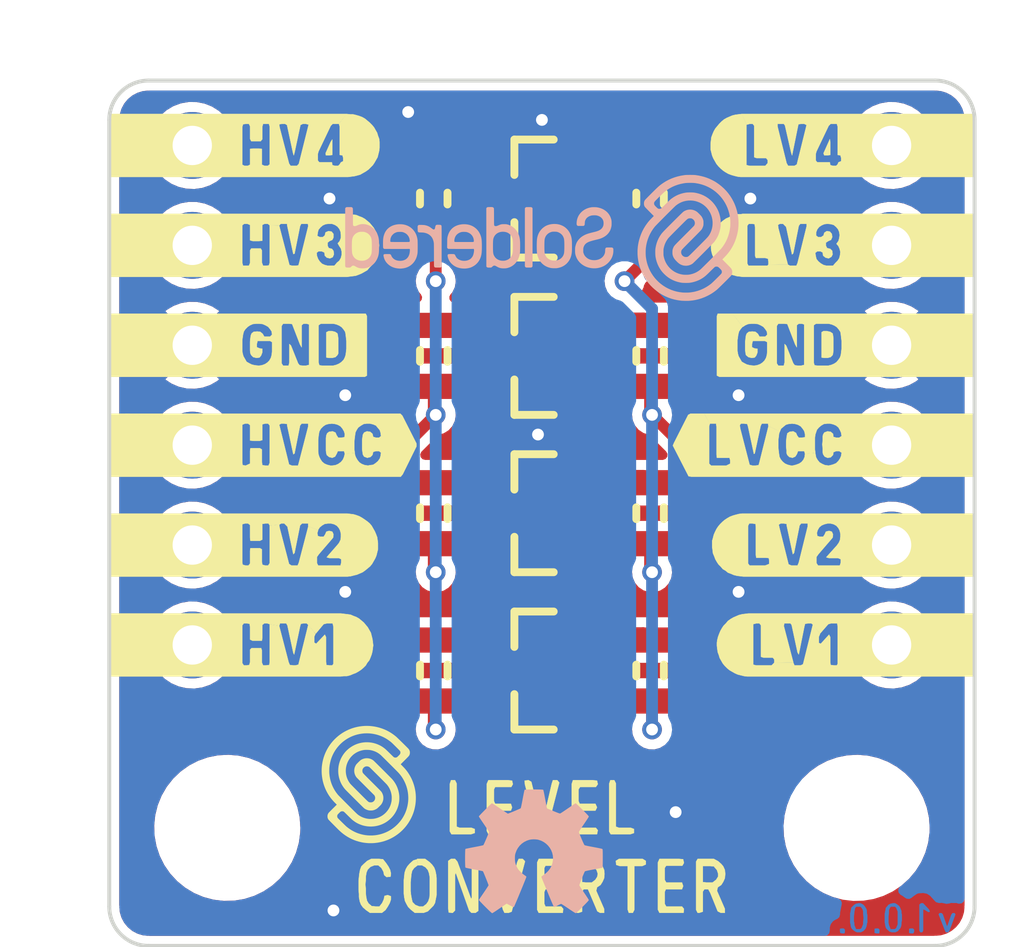
<source format=kicad_pcb>
(kicad_pcb (version 20210623) (generator pcbnew)
  (title_block (title "Logic level converter") (date "2021-07-14") (rev "V1.0.0.") (company "SOLDERED") (comment 1 "333029"))
  (layers (0 "F.Cu" signal) (31 "B.Cu" signal) (34 "B.Paste" user) (35 "F.Paste" user) (36 "B.SilkS" user "B.Silkscreen") (37 "F.SilkS" user "F.Silkscreen") (38 "B.Mask" user) (39 "F.Mask" user) (44 "Edge.Cuts" user))
  (net 0 "")
  (net 1 "HV4")
  (net 2 "HV3")
  (net 3 "GND")
  (net 4 "HV")
  (net 5 "HV2")
  (net 6 "HV1")
  (net 7 "LV4")
  (net 8 "LV3")
  (net 9 "LV")
  (net 10 "LV2")
  (net 11 "LV1")
  (footprint "e-radionica.com footprinti:SOT-23-3" (layer "F.Cu") (at 111 114 180)
    (fp_text reference "Q2")
    (fp_text value "NMOS-SOT-23-3")
    (pad "1" smd rect locked (at -1.2 -0.95 270) (size 0.6 1) (layers "F.Cu" "F.Paste" "F.Mask") (net 9 "LV"))
    (pad "2" smd rect locked (at -1.2 0.95 270) (size 0.6 1) (layers "F.Cu" "F.Paste" "F.Mask") (net 10 "LV2"))
    (pad "3" smd rect locked (at 1.2 0 270) (size 0.6 1) (layers "F.Cu" "F.Paste" "F.Mask") (net 5 "HV2"))
  )
  (footprint "e-radionica.com footprinti:0603R" (layer "F.Cu") (at 108.25 106 -90)
    (fp_text reference "R8")
    (fp_text value "10k")
    (pad "1" smd rect locked (at -0.775 0) (size 1 0.64) (layers "F.Cu" "F.Paste" "F.Mask") (net 1 "HV4"))
    (pad "2" smd rect locked (at 0.775 0) (size 1 0.64) (layers "F.Cu" "F.Paste" "F.Mask") (net 4 "HV"))
  )
  (footprint "buzzardLabel" (layer "F.Cu") (at 99.6 104.65)
    (fp_text reference "" (at 0 0) (layer "F.SilkS") (effects (font (size 1.27 1.27))))
    (fp_text value "" (at 0 0) (layer "F.SilkS") (effects (font (size 1.27 1.27))))
  )
  (footprint "e-radionica.com footprinti:0603R" (layer "F.Cu") (at 113.75 114 -90)
    (fp_text reference "R2")
    (fp_text value "10k")
    (pad "1" smd rect locked (at -0.775 0) (size 1 0.64) (layers "F.Cu" "F.Paste" "F.Mask") (net 10 "LV2"))
    (pad "2" smd rect locked (at 0.775 0) (size 1 0.64) (layers "F.Cu" "F.Paste" "F.Mask") (net 9 "LV"))
  )
  (footprint "buzzardLabel" (layer "F.Cu") (at 99.6 117.35)
    (fp_text reference "" (at 0 0) (layer "F.SilkS") (effects (font (size 1.27 1.27))))
    (fp_text value "" (at 0 0) (layer "F.SilkS") (effects (font (size 1.27 1.27))))
  )
  (footprint "buzzardLabel" (layer "F.Cu") (at 111 123.5)
    (fp_text reference "" (at 0 0) (layer "F.SilkS") (effects (font (size 1.27 1.27))))
    (fp_text value "" (at 0 0) (layer "F.SilkS") (effects (font (size 1.27 1.27))))
  )
  (footprint "e-radionica.com footprinti:0603R" (layer "F.Cu") (at 113.75 110 -90)
    (fp_text reference "R5")
    (fp_text value "10k")
    (pad "1" smd rect locked (at -0.775 0) (size 1 0.64) (layers "F.Cu" "F.Paste" "F.Mask") (net 8 "LV3"))
    (pad "2" smd rect locked (at 0.775 0) (size 1 0.64) (layers "F.Cu" "F.Paste" "F.Mask") (net 9 "LV"))
  )
  (footprint "buzzardLabel" (layer "F.Cu") (at 122.4 107.19)
    (fp_text reference "" (at 0 0) (layer "F.SilkS") (effects (font (size 1.27 1.27))))
    (fp_text value "" (at 0 0) (layer "F.SilkS") (effects (font (size 1.27 1.27))))
  )
  (footprint "buzzardLabel" (layer "F.Cu") (at 99.6 114.81)
    (fp_text reference "" (at 0 0) (layer "F.SilkS") (effects (font (size 1.27 1.27))))
    (fp_text value "" (at 0 0) (layer "F.SilkS") (effects (font (size 1.27 1.27))))
  )
  (footprint "Soldered Graphics:Logo-Back-SolderedFULL-10mm" (layer "F.Cu") (at 111 107)
    (fp_text reference "G***" hide)
    (fp_text value "LOGO" hide)
  )
  (footprint "e-radionica.com footprinti:HOLE_3.2mm" (layer "F.Cu") (at 119 122)
    (fp_text reference "H2" hide)
    (fp_text value "HOLE_3.2mm" hide)
    (pad "" np_thru_hole circle locked (at 0 0) (size 3.2 3.2) (drill 3.2) (layers F&B.Cu *.Mask))
  )
  (footprint "buzzardLabel" (layer "F.Cu") (at 99.6 107.19)
    (fp_text reference "" (at 0 0) (layer "F.SilkS") (effects (font (size 1.27 1.27))))
    (fp_text value "" (at 0 0) (layer "F.SilkS") (effects (font (size 1.27 1.27))))
  )
  (footprint "e-radionica.com footprinti:0603R" (layer "F.Cu") (at 113.75 106 -90)
    (fp_text reference "R6")
    (fp_text value "10k")
    (pad "1" smd rect locked (at -0.775 0) (size 1 0.64) (layers "F.Cu" "F.Paste" "F.Mask") (net 7 "LV4"))
    (pad "2" smd rect locked (at 0.775 0) (size 1 0.64) (layers "F.Cu" "F.Paste" "F.Mask") (net 9 "LV"))
  )
  (footprint "e-radionica.com footprinti:SOT-23-3" (layer "F.Cu") (at 111 106 180)
    (fp_text reference "Q4")
    (fp_text value "NMOS-SOT-23-3")
    (pad "1" smd rect locked (at -1.2 -0.95 270) (size 0.6 1) (layers "F.Cu" "F.Paste" "F.Mask") (net 9 "LV"))
    (pad "2" smd rect locked (at -1.2 0.95 270) (size 0.6 1) (layers "F.Cu" "F.Paste" "F.Mask") (net 7 "LV4"))
    (pad "3" smd rect locked (at 1.2 0 270) (size 0.6 1) (layers "F.Cu" "F.Paste" "F.Mask") (net 1 "HV4"))
  )
  (footprint "buzzardLabel" (layer "F.Cu") (at 122.4 104.65)
    (fp_text reference "" (at 0 0) (layer "F.SilkS") (effects (font (size 1.27 1.27))))
    (fp_text value "" (at 0 0) (layer "F.SilkS") (effects (font (size 1.27 1.27))))
  )
  (footprint "buzzardLabel" (layer "F.Cu") (at 99.6 112.27)
    (fp_text reference "" (at 0 0) (layer "F.SilkS") (effects (font (size 1.27 1.27))))
    (fp_text value "" (at 0 0) (layer "F.SilkS") (effects (font (size 1.27 1.27))))
  )
  (footprint "e-radionica.com footprinti:SOT-23-3" (layer "F.Cu") (at 111 110 180)
    (fp_text reference "Q3")
    (fp_text value "NMOS-SOT-23-3")
    (pad "1" smd rect locked (at -1.2 -0.95 270) (size 0.6 1) (layers "F.Cu" "F.Paste" "F.Mask") (net 9 "LV"))
    (pad "2" smd rect locked (at -1.2 0.95 270) (size 0.6 1) (layers "F.Cu" "F.Paste" "F.Mask") (net 8 "LV3"))
    (pad "3" smd rect locked (at 1.2 0 270) (size 0.6 1) (layers "F.Cu" "F.Paste" "F.Mask") (net 2 "HV3"))
  )
  (footprint "e-radionica.com footprinti:0603R" (layer "F.Cu") (at 113.75 118 -90)
    (fp_text reference "R1")
    (fp_text value "10k")
    (pad "1" smd rect locked (at -0.775 0) (size 1 0.64) (layers "F.Cu" "F.Paste" "F.Mask") (net 11 "LV1"))
    (pad "2" smd rect locked (at 0.775 0) (size 1 0.64) (layers "F.Cu" "F.Paste" "F.Mask") (net 9 "LV"))
  )
  (footprint "e-radionica.com footprinti:SOT-23-3" (layer "F.Cu") (at 111 118 180)
    (fp_text reference "Q1")
    (fp_text value "NMOS-SOT-23-3")
    (pad "1" smd rect locked (at -1.2 -0.95 270) (size 0.6 1) (layers "F.Cu" "F.Paste" "F.Mask") (net 9 "LV"))
    (pad "2" smd rect locked (at -1.2 0.95 270) (size 0.6 1) (layers "F.Cu" "F.Paste" "F.Mask") (net 11 "LV1"))
    (pad "3" smd rect locked (at 1.2 0 270) (size 0.6 1) (layers "F.Cu" "F.Paste" "F.Mask") (net 6 "HV1"))
  )
  (footprint "buzzardLabel" (layer "F.Cu") (at 122.4 112.27)
    (fp_text reference "" (at 0 0) (layer "F.SilkS") (effects (font (size 1.27 1.27))))
    (fp_text value "" (at 0 0) (layer "F.SilkS") (effects (font (size 1.27 1.27))))
  )
  (footprint "buzzardLabel" (layer "F.Cu") (at 122.4 117.35)
    (fp_text reference "" (at 0 0) (layer "F.SilkS") (effects (font (size 1.27 1.27))))
    (fp_text value "" (at 0 0) (layer "F.SilkS") (effects (font (size 1.27 1.27))))
  )
  (footprint "e-radionica.com footprinti:0603R" (layer "F.Cu") (at 108.25 118 -90)
    (fp_text reference "R3")
    (fp_text value "10k")
    (pad "1" smd rect locked (at -0.775 0) (size 1 0.64) (layers "F.Cu" "F.Paste" "F.Mask") (net 6 "HV1"))
    (pad "2" smd rect locked (at 0.775 0) (size 1 0.64) (layers "F.Cu" "F.Paste" "F.Mask") (net 4 "HV"))
  )
  (footprint "buzzardLabel" (layer "F.Cu") (at 99.6 109.73)
    (fp_text reference "" (at 0 0) (layer "F.SilkS") (effects (font (size 1.27 1.27))))
    (fp_text value "" (at 0 0) (layer "F.SilkS") (effects (font (size 1.27 1.27))))
  )
  (footprint "Soldered Graphics:Logo-Front-Soldered-3mm" (layer "F.Cu") (at 106.6 120.9)
    (fp_text reference "G***" hide)
    (fp_text value "LOGO" hide)
  )
  (footprint "buzzardLabel" (layer "F.Cu") (at 122.4 114.81)
    (fp_text reference "" (at 0 0) (layer "F.SilkS") (effects (font (size 1.27 1.27))))
    (fp_text value "" (at 0 0) (layer "F.SilkS") (effects (font (size 1.27 1.27))))
  )
  (footprint "buzzardLabel" (layer "F.Cu") (at 122.4 109.73)
    (fp_text reference "" (at 0 0) (layer "F.SilkS") (effects (font (size 1.27 1.27))))
    (fp_text value "" (at 0 0) (layer "F.SilkS") (effects (font (size 1.27 1.27))))
  )
  (footprint "e-radionica.com footprinti:HOLE_3.2mm" (layer "F.Cu") (at 103 122)
    (fp_text reference "H1" hide)
    (fp_text value "HOLE_3.2mm" hide)
    (pad "" np_thru_hole circle locked (at 0 0) (size 3.2 3.2) (drill 3.2) (layers F&B.Cu *.Mask))
  )
  (footprint "e-radionica.com footprinti:0603R" (layer "F.Cu") (at 108.25 114 -90)
    (fp_text reference "R4")
    (fp_text value "10k")
    (pad "1" smd rect locked (at -0.775 0) (size 1 0.64) (layers "F.Cu" "F.Paste" "F.Mask") (net 5 "HV2"))
    (pad "2" smd rect locked (at 0.775 0) (size 1 0.64) (layers "F.Cu" "F.Paste" "F.Mask") (net 4 "HV"))
  )
  (footprint "e-radionica.com footprinti:0603R" (layer "F.Cu") (at 108.25 110 -90)
    (fp_text reference "R7")
    (fp_text value "10k")
    (pad "1" smd rect locked (at -0.775 0) (size 1 0.64) (layers "F.Cu" "F.Paste" "F.Mask") (net 2 "HV3"))
    (pad "2" smd rect locked (at 0.775 0) (size 1 0.64) (layers "F.Cu" "F.Paste" "F.Mask") (net 4 "HV"))
  )
  (footprint "e-radionica.com footprinti:FIDUCIAL_23" (layer "F.Cu") (at 115.9 120.1)
    (fp_text reference "FD1")
    (fp_text value "FIDUCIAL")
    (fp_circle (center 0 0) (end 1 0) (layer "F.Cu") (width 0.2) (fill none))
    (pad "1" smd circle (at 0 0) (size 1 1) (layers "F.Cu" "F.Paste" "F.Mask") (clearance 1.1))
  )
  (footprint "Soldered Graphics:Logo-Back-OSH-3.5mm" (layer "F.Cu") (at 110.8 122.6)
    (fp_text reference "G***" hide)
    (fp_text value "LOGO" hide)
  )
  (footprint "buzzardLabel" (layer "F.Cu") (at 111 121.5)
    (fp_text reference "" (at 0 0) (layer "F.SilkS") (effects (font (size 1.27 1.27))))
    (fp_text value "" (at 0 0) (layer "F.SilkS") (effects (font (size 1.27 1.27))))
  )
  (footprint "Soldered Graphics:Version1.0.0." (layer "B.Cu") (at 120 124.3 180)
    (fp_text reference "" (at 0 0) (layer "B.SilkS") (effects (font (size 1.27 1.27)) (justify mirror)))
    (fp_text value "" (at 0 0) (layer "B.SilkS") (effects (font (size 1.27 1.27)) (justify mirror)))
    (fp_poly (pts (xy 1.31 -0.38) (xy 1.36 -0.38) (xy 1.41 -0.37) (xy 1.42 -0.33) (xy 1.42 -0.27) (xy 1.38 -0.26) (xy 1.33 -0.26) (xy 1.3 -0.29) (xy 1.3 -0.34) (xy 1.31 -0.38)) (layer "B.Cu") (width 0.01) (fill solid))
    (fp_poly (pts (xy -0.67 -0.35) (xy -0.62 -0.35) (xy -0.6 -0.31) (xy -0.6 0.35) (xy -0.64 0.38) (xy -0.69 0.38) (xy -0.73 0.34) (xy -0.84 0.22) (xy -0.86 0.17) (xy -0.83 0.16) (xy -0.73 0.22) (xy -0.69 0.23) (xy -0.69 -0.31) (xy -0.67 -0.35)) (layer "B.Cu") (width 0.01) (fill solid))
    (fp_poly (pts (xy -0.44 -0.38) (xy -0.39 -0.38) (xy -0.34 -0.37) (xy -0.34 -0.33) (xy -0.34 -0.27) (xy -0.38 -0.26) (xy -0.43 -0.26) (xy -0.46 -0.29) (xy -0.46 -0.34) (xy -0.44 -0.38)) (layer "B.Cu") (width 0.01) (fill solid))
    (fp_poly (pts (xy 0.43 -0.38) (xy 0.48 -0.38) (xy 0.54 -0.37) (xy 0.54 -0.33) (xy 0.54 -0.27) (xy 0.5 -0.26) (xy 0.45 -0.26) (xy 0.42 -0.29) (xy 0.42 -0.34) (xy 0.43 -0.38)) (layer "B.Cu") (width 0.01) (fill solid))
    (fp_poly (pts (xy 0.93 -0.35) (xy 0.99 -0.35) (xy 1.04 -0.33) (xy 1.01 -0.28) (xy 0.91 -0.28) (xy 0.87 -0.25) (xy 0.85 -0.2) (xy 0.83 -0.15) (xy 0.83 -0.11) (xy 0.82 0.01) (xy 0.83 0.13) (xy 0.83 0.17) (xy 0.84 0.22) (xy 0.87 0.27) (xy 0.9 0.3) (xy 1.01 0.3) (xy 1.04 0.26) (xy 1.05 0.21) (xy 1.06 0.15) (xy 1.07 0.05) (xy 1.07 -0.08) (xy 1.06 -0.12) (xy 1.06 -0.17) (xy 1.04 -0.22) (xy 1.02 -0.27) (xy 1.01 -0.28) (xy 1.05 -0.32) (xy 1.09 -0.29) (xy 1.12 -0.26) (xy 1.14 -0.22) (xy 1.15 -0.16) (xy 1.16 -0.11) (xy 1.16 -0.06) (xy 1.16 0.06) (xy 1.16 0.12) (xy 1.15 0.17) (xy 1.14 0.22) (xy 1.13 0.27) (xy 1.1 0.3) (xy 1.06 0.34) (xy 1.01 0.37) (xy 0.95 0.38) (xy 0.9 0.38) (xy 0.84 0.35) (xy 0.8 0.31) (xy 0.78 0.28) (xy 0.75 0.23) (xy 0.74 0.18) (xy 0.74 0.13) (xy 0.73 0.08) (xy 0.73 -0.04) (xy 0.73 -0.1) (xy 0.74 -0.14) (xy 0.75 -0.2) (xy 0.77 -0.25) (xy 0.79 -0.28) (xy 0.83 -0.32) (xy 0.89 -0.35) (xy 0.93 -0.35)) (layer "B.Cu") (width 0.01) (fill solid))
    (fp_poly (pts (xy -1.33 -0.35) (xy -1.27 -0.35) (xy -1.25 -0.31) (xy -1.09 0.1) (xy -1.11 0.13) (xy -1.16 0.13) (xy -1.19 0.1) (xy -1.28 -0.16) (xy -1.3 -0.21) (xy -1.32 -0.17) (xy -1.41 0.09) (xy -1.44 0.13) (xy -1.49 0.13) (xy -1.51 0.1) (xy -1.36 -0.31) (xy -1.33 -0.35)) (layer "B.Cu") (width 0.01) (fill solid))
    (fp_poly (pts (xy 0.06 -0.35) (xy 0.11 -0.35) (xy 0.17 -0.33) (xy 0.13 -0.28) (xy 0.03 -0.28) (xy -0.01 -0.25) (xy -0.03 -0.2) (xy -0.05 -0.15) (xy -0.05 -0.11) (xy -0.05 0.01) (xy -0.05 0.13) (xy -0.05 0.17) (xy -0.03 0.22) (xy -0.01 0.27) (xy 0.02 0.3) (xy 0.13 0.3) (xy 0.16 0.26) (xy 0.18 0.21) (xy 0.18 0.15) (xy 0.19 0.05) (xy 0.19 -0.08) (xy 0.19 -0.12) (xy 0.18 -0.17) (xy 0.16 -0.22) (xy 0.14 -0.27) (xy 0.14 -0.28) (xy 0.17 -0.32) (xy 0.21 -0.29) (xy 0.24 -0.26) (xy 0.26 -0.22) (xy 0.27 -0.16) (xy 0.28 -0.11) (xy 0.28 -0.06) (xy 0.28 0.06) (xy 0.28 0.12) (xy 0.27 0.17) (xy 0.26 0.22) (xy 0.25 0.27) (xy 0.22 0.3) (xy 0.19 0.34) (xy 0.13 0.37) (xy 0.08 0.38) (xy 0.02 0.38) (xy -0.03 0.35) (xy -0.08 0.31) (xy -0.1 0.28) (xy -0.12 0.23) (xy -0.14 0.18) (xy -0.14 0.13) (xy -0.15 0.08) (xy -0.15 -0.04) (xy -0.14 -0.1) (xy -0.14 -0.14) (xy -0.13 -0.2) (xy -0.11 -0.25) (xy -0.08 -0.28) (xy -0.05 -0.32) (xy 0.01 -0.35) (xy 0.06 -0.35)) (layer "B.Cu") (width 0.01) (fill solid))
  )
  (footprint "e-radionica.com footprinti:HEADER_MALE_6X1" (layer "B.Cu") (at 119.89 111 90)
    (fp_text reference "K2")
    (fp_text value "HEADER_MALE_6X1")
    (pad "1" thru_hole circle locked (at -6.35 0 90) (size 1.7 1.7) (drill 1) (layers *.Cu *.Mask) (net 11 "LV1"))
    (pad "2" thru_hole circle locked (at -3.81 0 90) (size 1.7 1.7) (drill 1) (layers *.Cu *.Mask) (net 10 "LV2"))
    (pad "3" thru_hole circle locked (at -1.27 0 90) (size 1.7 1.7) (drill 1) (layers *.Cu *.Mask) (net 9 "LV"))
    (pad "4" thru_hole circle locked (at 1.27 0 90) (size 1.7 1.7) (drill 1) (layers *.Cu *.Mask) (net 3 "GND"))
    (pad "5" thru_hole circle locked (at 3.81 0 90) (size 1.7 1.7) (drill 1) (layers *.Cu *.Mask) (net 8 "LV3"))
    (pad "6" thru_hole circle locked (at 6.35 0 90) (size 1.7 1.7) (drill 1) (layers *.Cu *.Mask) (net 7 "LV4"))
  )
  (footprint "e-radionica.com footprinti:HEADER_MALE_6X1" (layer "B.Cu") (at 102.11 111 90)
    (fp_text reference "K1")
    (fp_text value "HEADER_MALE_6X1")
    (pad "1" thru_hole circle locked (at -6.35 0 90) (size 1.7 1.7) (drill 1) (layers *.Cu *.Mask) (net 6 "HV1"))
    (pad "2" thru_hole circle locked (at -3.81 0 90) (size 1.7 1.7) (drill 1) (layers *.Cu *.Mask) (net 5 "HV2"))
    (pad "3" thru_hole circle locked (at -1.27 0 90) (size 1.7 1.7) (drill 1) (layers *.Cu *.Mask) (net 4 "HV"))
    (pad "4" thru_hole circle locked (at 1.27 0 90) (size 1.7 1.7) (drill 1) (layers *.Cu *.Mask) (net 3 "GND"))
    (pad "5" thru_hole circle locked (at 3.81 0 90) (size 1.7 1.7) (drill 1) (layers *.Cu *.Mask) (net 2 "HV3"))
    (pad "6" thru_hole circle locked (at 6.35 0 90) (size 1.7 1.7) (drill 1) (layers *.Cu *.Mask) (net 1 "HV4"))
  )
  (gr_line (start 121 103) (end 101 103) (layer "Edge.Cuts") (width 0.1))
  (gr_line (start 100 104) (end 100 124) (layer "Edge.Cuts") (width 0.1))
  (gr_arc (start 121 124) (end 121 125) (angle -90) (layer "Edge.Cuts") (width 0.1))
  (gr_line (start 122 124) (end 122 104) (layer "Edge.Cuts") (width 0.1))
  (gr_line (start 101 125) (end 121 125) (layer "Edge.Cuts") (width 0.1))
  (gr_arc (start 101 124) (end 101 125) (angle 90) (layer "Edge.Cuts") (width 0.1))
  (gr_arc (start 121 104) (end 121 103) (angle 90) (layer "Edge.Cuts") (width 0.1))
  (gr_arc (start 101 104) (end 101 103) (angle -90) (layer "Edge.Cuts") (width 0.1))
  (segment (start 108.25 105.225) (end 109.025 105.225) (width 0.3) (layer "F.Cu") (net 1))
  (segment (start 109.025 105.225) (end 109.8 106) (width 0.3) (layer "F.Cu") (net 1))
  (segment (start 107.675 104.65) (end 108.25 105.225) (width 0.3) (layer "F.Cu") (net 1))
  (segment (start 102.11 104.65) (end 107.675 104.65) (width 0.3) (layer "F.Cu") (net 1))
  (segment (start 109.025 109.225) (end 109.8 110) (width 0.3) (layer "F.Cu") (net 2))
  (segment (start 108.25 109.225) (end 109.025 109.225) (width 0.3) (layer "F.Cu") (net 2))
  (segment (start 105.29 107.19) (end 107.325 109.225) (width 0.3) (layer "F.Cu") (net 2))
  (segment (start 107.325 109.225) (end 108.25 109.225) (width 0.3) (layer "F.Cu") (net 2))
  (segment (start 102.11 107.19) (end 105.29 107.19) (width 0.3) (layer "F.Cu") (net 2))
  (via (at 105.6 106) (size 0.5) (drill 0.3) (layers "F.Cu" "B.Cu") (net 3))
  (via (at 116 116) (size 0.5) (drill 0.3) (layers "F.Cu" "B.Cu") (net 3))
  (via (at 107.6 103.8) (size 0.5) (drill 0.3) (layers "F.Cu" "B.Cu") (net 3))
  (via (at 114.4 121.6) (size 0.5) (drill 0.3) (layers "F.Cu" "B.Cu") (net 3))
  (via (at 106 111) (size 0.5) (drill 0.3) (layers "F.Cu" "B.Cu") (net 3))
  (via (at 116 111) (size 0.5) (drill 0.3) (layers "F.Cu" "B.Cu") (net 3))
  (via (at 106 116) (size 0.5) (drill 0.3) (layers "F.Cu" "B.Cu") (net 3))
  (via (at 111 104) (size 0.5) (drill 0.3) (layers "F.Cu" "B.Cu") (net 3))
  (via (at 116.3 106) (size 0.5) (drill 0.3) (layers "F.Cu" "B.Cu") (net 3))
  (via (at 105.7 124.1) (size 0.5) (drill 0.3) (layers "F.Cu" "B.Cu") (net 3))
  (via (at 110.9 112) (size 0.5) (drill 0.3) (layers "F.Cu" "B.Cu") (net 3))
  (segment (start 108.3 108.1) (end 108.3 106.825) (width 0.3) (layer "F.Cu") (net 4))
  (segment (start 108.25 114.775) (end 108.25 115.45) (width 0.3) (layer "F.Cu") (net 4))
  (segment (start 108.25 115.45) (end 108.3 115.5) (width 0.3) (layer "F.Cu") (net 4))
  (segment (start 102.11 112.27) (end 107.53 112.27) (width 0.3) (layer "F.Cu") (net 4))
  (segment (start 108.25 119.45) (end 108.3 119.5) (width 0.3) (layer "F.Cu") (net 4))
  (segment (start 108.25 110.775) (end 108.25 111.45) (width 0.3) (layer "F.Cu") (net 4))
  (segment (start 107.53 112.27) (end 108.3 111.5) (width 0.3) (layer "F.Cu") (net 4))
  (segment (start 108.3 106.825) (end 108.25 106.775) (width 0.3) (layer "F.Cu") (net 4))
  (segment (start 108.25 111.45) (end 108.3 111.5) (width 0.3) (layer "F.Cu") (net 4))
  (segment (start 108.25 118.775) (end 108.25 119.45) (width 0.3) (layer "F.Cu") (net 4))
  (via (at 108.3 108.1) (size 0.5) (drill 0.3) (layers "F.Cu" "B.Cu") (net 4))
  (via (at 108.3 119.5) (size 0.5) (drill 0.3) (layers "F.Cu" "B.Cu") (net 4))
  (via (at 108.3 115.5) (size 0.5) (drill 0.3) (layers "F.Cu" "B.Cu") (net 4))
  (via (at 108.3 111.5) (size 0.5) (drill 0.3) (layers "F.Cu" "B.Cu") (net 4))
  (segment (start 108.3 119.5) (end 108.3 108.1) (width 0.3) (layer "B.Cu") (net 4))
  (segment (start 108.225 113.2) (end 108.25 113.225) (width 0.3) (layer "F.Cu") (net 5))
  (segment (start 106.8 113.2) (end 108.225 113.2) (width 0.3) (layer "F.Cu") (net 5))
  (segment (start 108.25 113.225) (end 109.025 113.225) (width 0.3) (layer "F.Cu") (net 5))
  (segment (start 105.19 114.81) (end 106.8 113.2) (width 0.3) (layer "F.Cu") (net 5))
  (segment (start 109.025 113.225) (end 109.8 114) (width 0.3) (layer "F.Cu") (net 5))
  (segment (start 102.11 114.81) (end 105.19 114.81) (width 0.3) (layer "F.Cu") (net 5))
  (segment (start 102.11 117.35) (end 108.125 117.35) (width 0.3) (layer "F.Cu") (net 6))
  (segment (start 108.125 117.35) (end 108.25 117.225) (width 0.3) (layer "F.Cu") (net 6))
  (segment (start 109.025 117.225) (end 109.8 118) (width 0.3) (layer "F.Cu") (net 6))
  (segment (start 108.25 117.225) (end 109.025 117.225) (width 0.3) (layer "F.Cu") (net 6))
  (segment (start 116.15 104.65) (end 115.575 105.225) (width 0.3) (layer "F.Cu") (net 7))
  (segment (start 112.2 105.05) (end 113.575 105.05) (width 0.3) (layer "F.Cu") (net 7))
  (segment (start 119.89 104.65) (end 116.15 104.65) (width 0.3) (layer "F.Cu") (net 7))
  (segment (start 115.575 105.225) (end 113.75 105.225) (width 0.3) (layer "F.Cu") (net 7))
  (segment (start 113.575 105.05) (end 113.75 105.225) (width 0.3) (layer "F.Cu") (net 7))
  (segment (start 113.575 109.05) (end 113.75 109.225) (width 0.3) (layer "F.Cu") (net 8))
  (segment (start 119.89 107.19) (end 117.01 107.19) (width 0.3) (layer "F.Cu") (net 8))
  (segment (start 114.975 109.225) (end 113.75 109.225) (width 0.3) (layer "F.Cu") (net 8))
  (segment (start 117.01 107.19) (end 114.975 109.225) (width 0.3) (layer "F.Cu") (net 8))
  (segment (start 112.2 109.05) (end 113.575 109.05) (width 0.3) (layer "F.Cu") (net 8))
  (segment (start 113.75 107.45) (end 113.1 108.1) (width 0.3) (layer "F.Cu") (net 9))
  (segment (start 112.375 114.775) (end 112.2 114.95) (width 0.3) (layer "F.Cu") (net 9))
  (segment (start 113.75 110.775) (end 112.375 110.775) (width 0.3) (layer "F.Cu") (net 9))
  (segment (start 112.375 106.775) (end 112.2 106.95) (width 0.3) (layer "F.Cu") (net 9))
  (segment (start 113.75 114.775) (end 112.375 114.775) (width 0.3) (layer "F.Cu") (net 9))
  (segment (start 113.75 110.775) (end 113.75 111.45) (width 0.3) (layer "F.Cu") (net 9))
  (segment (start 114.57 112.27) (end 113.8 111.5) (width 0.3) (layer "F.Cu") (net 9))
  (segment (start 113.75 106.775) (end 112.375 106.775) (width 0.3) (layer "F.Cu") (net 9))
  (segment (start 113.75 106.775) (end 113.75 107.45) (width 0.3) (layer "F.Cu") (net 9))
  (segment (start 113.8 119.5) (end 113.8 118.825) (width 0.3) (layer "F.Cu") (net 9))
  (segment (start 113.75 111.45) (end 113.8 111.5) (width 0.3) (layer "F.Cu") (net 9))
  (segment (start 113.8 118.825) (end 113.75 118.775) (width 0.3) (layer "F.Cu") (net 9))
  (segment (start 119.89 112.27) (end 114.57 112.27) (width 0.3) (layer "F.Cu") (net 9))
  (segment (start 113.75 118.775) (end 112.375 118.775) (width 0.3) (layer "F.Cu") (net 9))
  (segment (start 112.375 110.775) (end 112.2 110.95) (width 0.3) (layer "F.Cu") (net 9))
  (segment (start 113.75 115.45) (end 113.75 114.775) (width 0.3) (layer "F.Cu") (net 9))
  (segment (start 112.375 118.775) (end 112.2 118.95) (width 0.3) (layer "F.Cu") (net 9))
  (segment (start 113.8 115.5) (end 113.75 115.45) (width 0.3) (layer "F.Cu") (net 9))
  (via (at 113.8 115.5) (size 0.5) (drill 0.3) (layers "F.Cu" "B.Cu") (net 9))
  (via (at 113.8 119.5) (size 0.5) (drill 0.3) (layers "F.Cu" "B.Cu") (net 9))
  (via (at 113.8 111.5) (size 0.5) (drill 0.3) (layers "F.Cu" "B.Cu") (net 9))
  (via (at 113.1 108.1) (size 0.5) (drill 0.3) (layers "F.Cu" "B.Cu") (net 9))
  (segment (start 113.8 111.5) (end 113.8 115.5) (width 0.3) (layer "B.Cu") (net 9))
  (segment (start 113.1 108.1) (end 113.8 108.8) (width 0.3) (layer "B.Cu") (net 9))
  (segment (start 113.8 108.8) (end 113.8 111.5) (width 0.3) (layer "B.Cu") (net 9))
  (segment (start 113.8 115.5) (end 113.8 119.5) (width 0.3) (layer "B.Cu") (net 9))
  (segment (start 113.575 113.05) (end 113.75 113.225) (width 0.3) (layer "F.Cu") (net 10))
  (segment (start 112.2 113.05) (end 113.575 113.05) (width 0.3) (layer "F.Cu") (net 10))
  (segment (start 117.31 114.81) (end 119.89 114.81) (width 0.3) (layer "F.Cu") (net 10))
  (segment (start 113.75 113.225) (end 115.725 113.225) (width 0.3) (layer "F.Cu") (net 10))
  (segment (start 115.725 113.225) (end 117.31 114.81) (width 0.3) (layer "F.Cu") (net 10))
  (segment (start 113.875 117.35) (end 113.75 117.225) (width 0.3) (layer "F.Cu") (net 11))
  (segment (start 113.575 117.05) (end 113.75 117.225) (width 0.3) (layer "F.Cu") (net 11))
  (segment (start 119.89 117.35) (end 113.875 117.35) (width 0.3) (layer "F.Cu") (net 11))
  (segment (start 112.2 117.05) (end 113.575 117.05) (width 0.3) (layer "F.Cu") (net 11))
  (zone (net 3) (net_name "GND") (layers F&B.Cu) (connect_pads (clearance 0.254)) (min_thickness 0.254) (fill yes (thermal_gap 0.254) (thermal_bridge_width 0.254))
    (polygon (pts (xy 122 125) (xy 100 125) (xy 100 103) (xy 122 103)))
  )
)
</source>
